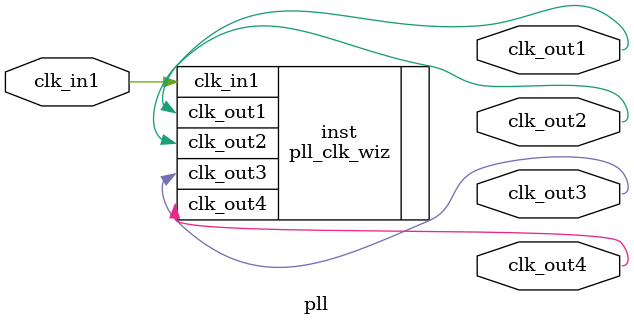
<source format=v>


`timescale 1ps/1ps

(* CORE_GENERATION_INFO = "pll,clk_wiz_v6_0_6_0_0,{component_name=pll,use_phase_alignment=true,use_min_o_jitter=false,use_max_i_jitter=false,use_dyn_phase_shift=false,use_inclk_switchover=false,use_dyn_reconfig=false,enable_axi=0,feedback_source=FDBK_AUTO,PRIMITIVE=PLL,num_out_clk=4,clkin1_period=16.667,clkin2_period=10.000,use_power_down=false,use_reset=false,use_locked=false,use_inclk_stopped=false,feedback_type=SINGLE,CLOCK_MGR_TYPE=NA,manual_override=false}" *)

module pll 
 (
  // Clock out ports
  output        clk_out1,
  output        clk_out2,
  output        clk_out3,
  output        clk_out4,
 // Clock in ports
  input         clk_in1
 );

  pll_clk_wiz inst
  (
  // Clock out ports  
  .clk_out1(clk_out1),
  .clk_out2(clk_out2),
  .clk_out3(clk_out3),
  .clk_out4(clk_out4),
 // Clock in ports
  .clk_in1(clk_in1)
  );

endmodule

</source>
